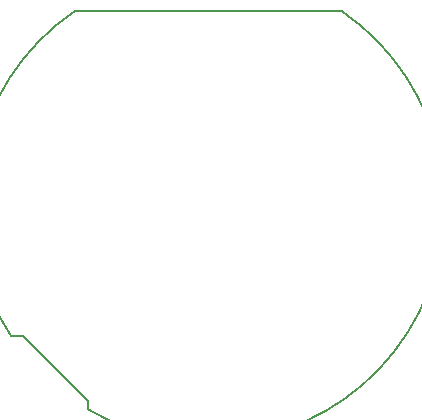
<source format=gm1>
G04 #@! TF.FileFunction,Profile,NP*
%FSLAX46Y46*%
G04 Gerber Fmt 4.6, Leading zero omitted, Abs format (unit mm)*
G04 Created by KiCad (PCBNEW 4.0.0-rc1-stable) date 23/05/2016 12:24:28*
%MOMM*%
G01*
G04 APERTURE LIST*
%ADD10C,0.100000*%
%ADD11C,0.150000*%
G04 APERTURE END LIST*
D10*
D11*
X88706079Y-83497353D02*
G75*
G03X83300000Y-111000000I11293921J-16502647D01*
G01*
X89799236Y-117201291D02*
G75*
G03X111300000Y-83500000I10200764J17201291D01*
G01*
X89800000Y-116500000D02*
X89600000Y-116300000D01*
X89600000Y-116300000D02*
X84300000Y-111000000D01*
X89800000Y-116500000D02*
X89800000Y-117200000D01*
X83300000Y-111000000D02*
X84300000Y-111000000D01*
X88700000Y-83500000D02*
X111300000Y-83500000D01*
M02*

</source>
